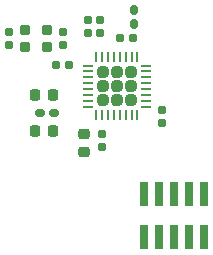
<source format=gtp>
%TF.GenerationSoftware,KiCad,Pcbnew,(6.0.1)*%
%TF.CreationDate,2022-03-11T00:24:32+11:00*%
%TF.ProjectId,BLE_beacon,424c455f-6265-4616-936f-6e2e6b696361,rev?*%
%TF.SameCoordinates,PX7e67600PY5e0b320*%
%TF.FileFunction,Paste,Top*%
%TF.FilePolarity,Positive*%
%FSLAX46Y46*%
G04 Gerber Fmt 4.6, Leading zero omitted, Abs format (unit mm)*
G04 Created by KiCad (PCBNEW (6.0.1)) date 2022-03-11 00:24:32*
%MOMM*%
%LPD*%
G01*
G04 APERTURE LIST*
G04 Aperture macros list*
%AMRoundRect*
0 Rectangle with rounded corners*
0 $1 Rounding radius*
0 $2 $3 $4 $5 $6 $7 $8 $9 X,Y pos of 4 corners*
0 Add a 4 corners polygon primitive as box body*
4,1,4,$2,$3,$4,$5,$6,$7,$8,$9,$2,$3,0*
0 Add four circle primitives for the rounded corners*
1,1,$1+$1,$2,$3*
1,1,$1+$1,$4,$5*
1,1,$1+$1,$6,$7*
1,1,$1+$1,$8,$9*
0 Add four rect primitives between the rounded corners*
20,1,$1+$1,$2,$3,$4,$5,0*
20,1,$1+$1,$4,$5,$6,$7,0*
20,1,$1+$1,$6,$7,$8,$9,0*
20,1,$1+$1,$8,$9,$2,$3,0*%
G04 Aperture macros list end*
%ADD10RoundRect,0.242500X0.242500X-0.242500X0.242500X0.242500X-0.242500X0.242500X-0.242500X-0.242500X0*%
%ADD11RoundRect,0.062500X0.062500X-0.337500X0.062500X0.337500X-0.062500X0.337500X-0.062500X-0.337500X0*%
%ADD12RoundRect,0.062500X0.337500X-0.062500X0.337500X0.062500X-0.337500X0.062500X-0.337500X-0.062500X0*%
%ADD13RoundRect,0.155000X-0.155000X0.212500X-0.155000X-0.212500X0.155000X-0.212500X0.155000X0.212500X0*%
%ADD14RoundRect,0.160000X-0.222500X-0.160000X0.222500X-0.160000X0.222500X0.160000X-0.222500X0.160000X0*%
%ADD15RoundRect,0.225000X0.225000X0.250000X-0.225000X0.250000X-0.225000X-0.250000X0.225000X-0.250000X0*%
%ADD16RoundRect,0.155000X0.212500X0.155000X-0.212500X0.155000X-0.212500X-0.155000X0.212500X-0.155000X0*%
%ADD17RoundRect,0.160000X-0.160000X0.222500X-0.160000X-0.222500X0.160000X-0.222500X0.160000X0.222500X0*%
%ADD18R,0.750000X2.100000*%
%ADD19RoundRect,0.218750X0.218750X0.256250X-0.218750X0.256250X-0.218750X-0.256250X0.218750X-0.256250X0*%
%ADD20RoundRect,0.155000X0.155000X-0.212500X0.155000X0.212500X-0.155000X0.212500X-0.155000X-0.212500X0*%
%ADD21RoundRect,0.200000X0.250000X-0.200000X0.250000X0.200000X-0.250000X0.200000X-0.250000X-0.200000X0*%
%ADD22RoundRect,0.225000X-0.250000X0.225000X-0.250000X-0.225000X0.250000X-0.225000X0.250000X0.225000X0*%
G04 APERTURE END LIST*
D10*
%TO.C,U1*%
X21958000Y17332000D03*
X23158000Y18532000D03*
X23158000Y16132000D03*
X21958000Y16132000D03*
X23158000Y17332000D03*
X21958000Y18532000D03*
X20758000Y18532000D03*
X20758000Y16132000D03*
X20758000Y17332000D03*
D11*
X20208000Y14882000D03*
X20708000Y14882000D03*
X21208000Y14882000D03*
X21708000Y14882000D03*
X22208000Y14882000D03*
X22708000Y14882000D03*
X23208000Y14882000D03*
X23708000Y14882000D03*
D12*
X24408000Y15582000D03*
X24408000Y16082000D03*
X24408000Y16582000D03*
X24408000Y17082000D03*
X24408000Y17582000D03*
X24408000Y18082000D03*
X24408000Y18582000D03*
X24408000Y19082000D03*
D11*
X23708000Y19782000D03*
X23208000Y19782000D03*
X22708000Y19782000D03*
X22208000Y19782000D03*
X21708000Y19782000D03*
X21208000Y19782000D03*
X20708000Y19782000D03*
X20208000Y19782000D03*
D12*
X19508000Y19082000D03*
X19508000Y18582000D03*
X19508000Y18082000D03*
X19508000Y17582000D03*
X19508000Y17082000D03*
X19508000Y16582000D03*
X19508000Y16082000D03*
X19508000Y15582000D03*
%TD*%
D13*
%TO.C,C9*%
X12814000Y21963500D03*
X12814000Y20828500D03*
%TD*%
D14*
%TO.C,L3*%
X15473500Y15046000D03*
X16618500Y15046000D03*
%TD*%
D13*
%TO.C,C5*%
X20688000Y13327500D03*
X20688000Y12192500D03*
%TD*%
D15*
%TO.C,C8*%
X16567000Y16570000D03*
X15017000Y16570000D03*
%TD*%
D16*
%TO.C,C2*%
X17953500Y19110000D03*
X16818500Y19110000D03*
%TD*%
D17*
%TO.C,L1*%
X23412000Y23746500D03*
X23412000Y22601500D03*
%TD*%
D18*
%TO.C,J1*%
X29324000Y4610000D03*
X29324000Y8210000D03*
X28054000Y4610000D03*
X28054000Y8210000D03*
X26784000Y4610000D03*
X26784000Y8210000D03*
X25514000Y4610000D03*
X25514000Y8210000D03*
X24244000Y4610000D03*
X24244000Y8210000D03*
%TD*%
D16*
%TO.C,C6*%
X23347000Y21396000D03*
X22212000Y21396000D03*
%TD*%
D19*
%TO.C,L2*%
X16579500Y13522000D03*
X15004500Y13522000D03*
%TD*%
D20*
%TO.C,C4*%
X19528000Y21844500D03*
X19528000Y22979500D03*
%TD*%
%TO.C,C10*%
X20544000Y21844500D03*
X20544000Y22979500D03*
%TD*%
D13*
%TO.C,C7*%
X17386000Y21963500D03*
X17386000Y20828500D03*
%TD*%
D21*
%TO.C,Y1*%
X14175000Y20671000D03*
X16025000Y20671000D03*
X16025000Y22121000D03*
X14175000Y22121000D03*
%TD*%
D22*
%TO.C,C3*%
X19164000Y13281000D03*
X19164000Y11731000D03*
%TD*%
D13*
%TO.C,C1*%
X25768000Y15359500D03*
X25768000Y14224500D03*
%TD*%
M02*

</source>
